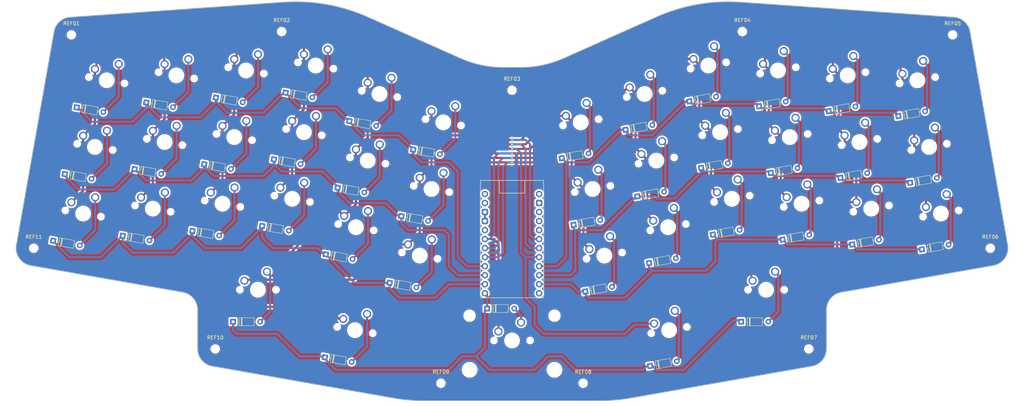
<source format=kicad_pcb>
(kicad_pcb (version 20240108) (generator "pcbnew") (generator_version "8.0")
  (layers (0 "F.Cu" signal) (31 "B.Cu" signal) (34 "B.Paste" user) (35 "F.Paste" user) (36 "B.SilkS" user "B.Silkscreen") (37 "F.SilkS" user "F.Silkscreen") (38 "B.Mask" user) (39 "F.Mask" user) (44 "Edge.Cuts" user))
  (net 0 "")
  (net 1 "ROW3")
  (net 2 "Net-(D1-A)")
  (net 3 "Net-(D2-A)")
  (net 4 "Net-(D3-A)")
  (net 5 "Net-(D4-A)")
  (net 6 "Net-(D5-A)")
  (net 7 "Net-(D6-A)")
  (net 8 "ROW0")
  (net 9 "Net-(D7-A)")
  (net 10 "Net-(D8-A)")
  (net 11 "Net-(D9-A)")
  (net 12 "Net-(D10-A)")
  (net 13 "Net-(D11-A)")
  (net 14 "Net-(D12-A)")
  (net 15 "ROW4")
  (net 16 "Net-(D13-A)")
  (net 17 "Net-(D14-A)")
  (net 18 "Net-(D15-A)")
  (net 19 "Net-(D16-A)")
  (net 20 "Net-(D17-A)")
  (net 21 "Net-(D18-A)")
  (net 22 "ROW1")
  (net 23 "Net-(D19-A)")
  (net 24 "Net-(D20-A)")
  (net 25 "Net-(D21-A)")
  (net 26 "Net-(D22-A)")
  (net 27 "Net-(D23-A)")
  (net 28 "Net-(D24-A)")
  (net 29 "ROW5")
  (net 30 "Net-(D25-A)")
  (net 31 "Net-(D26-A)")
  (net 32 "Net-(D27-A)")
  (net 33 "Net-(D28-A)")
  (net 34 "Net-(D29-A)")
  (net 35 "Net-(D30-A)")
  (net 36 "ROW2")
  (net 37 "Net-(D31-A)")
  (net 38 "Net-(D32-A)")
  (net 39 "Net-(D33-A)")
  (net 40 "Net-(D34-A)")
  (net 41 "Net-(D35-A)")
  (net 42 "Net-(D36-A)")
  (net 43 "ROW6")
  (net 44 "Net-(D37-A)")
  (net 45 "Net-(D38-A)")
  (net 46 "Net-(D39-A)")
  (net 47 "Net-(D40-A)")
  (net 48 "Net-(D41-A)")
  (net 49 "COL0")
  (net 50 "COL1")
  (net 51 "COL2")
  (net 52 "COL3")
  (net 53 "COL4")
  (net 54 "COL5")
  (net 57 "GND")
  (net 62 "VCC")
  (footprint "MX_Solderable:MX-Solderable-1.5U" (layer "F.Cu") (at 251.163405 176.757094 10)
    (property "Reference" "MX40" (hide yes))
    (property "Value" "MX")
  )
  (footprint "MX_Solderable:MX-Solderable-1U" (layer "F.Cu") (at 229.649969 137.02677 10)
    (property "Reference" "MX19" (hide yes))
    (property "Value" "MX")
  )
  (footprint "Diode_THT:D_DO-35_SOD27_P7.62mm_Horizontal" (layer "F.Cu") (at 227.627147 165.866164 10)
    (property "Reference" "D31" (hide yes))
    (property "Value" "1N4148" (hide yes))
  )
  (footprint "MX_Solderable:MX-Solderable-1U" (layer "F.Cu") (at 327.587905 143.937515 10)
    (property "Reference" "MX36" (hide yes))
    (property "Value" "MX")
  )
  (footprint "MX_Solderable:MX-Solderable-1U" (layer "F.Cu") (at 135.5725 165.382607)
    (property "Reference" "MX37" (hide yes))
    (property "Value" "MX")
  )
  (footprint "MX_Solderable:MX-Solderable-1U" (layer "F.Cu") (at 187.678028 118.266182 -10)
    (property "Reference" "MX1" (hide yes))
    (property "Value" "MX")
  )
  (footprint "MX_Solderable:MX-Solderable-1U" (layer "F.Cu") (at 169.74444 110.268037 -10)
    (property "Reference" "MX2" (hide yes))
    (property "Value" "MX")
  )
  (footprint "Diode_THT:D_DO-35_SOD27_P7.62mm_Horizontal" (layer "F.Cu") (at 136.738368 147.4388 -10)
    (property "Reference" "D27" (hide yes))
    (property "Value" "1N4148" (hide yes))
  )
  (footprint "Diode_THT:D_DO-35_SOD27_P7.62mm_Horizontal" (layer "F.Cu") (at 157.979955 136.676357 -10)
    (property "Reference" "D14" (hide yes))
    (property "Value" "1N4148" (hide yes))
  )
  (footprint "Diode_THT:D_DO-35_SOD27_P7.62mm_Horizontal" (layer "F.Cu") (at 140.046366 128.678212 -10)
    (property "Reference" "D15" (hide yes))
    (property "Value" "1N4148" (hide yes))
  )
  (footprint "Diode_THT:D_DO-35_SOD27_P7.62mm_Horizontal" (layer "F.Cu") (at 260.186325 131.109287 10)
    (property "Reference" "D21" (hide yes))
    (property "Value" "1N4148" (hide yes))
  )
  (footprint "MX_Solderable:MX-Solderable-1U" (layer "F.Cu") (at 181.062033 155.787357 -10)
    (property "Reference" "MX25" (hide yes))
    (property "Value" "MX")
  )
  (footprint "Diode_THT:D_DO-35_SOD27_P7.62mm_Horizontal" (layer "F.Cu") (at 271.4475 174.382607)
    (property "Reference" "D41" (hide yes))
    (property "Value" "1N4148" (hide yes))
  )
  (footprint "MX_Solderable:MX-Solderable-1U" (layer "F.Cu") (at 232.957967 155.787357 10)
    (property "Reference" "MX31" (hide yes))
    (property "Value" "MX")
  )
  (footprint "MX_Solderable:MX-Solderable-1U" (layer "F.Cu") (at 112.635678 105.034191 -10)
    (property "Reference" "MX5" (hide yes))
    (property "Value" "MX")
  )
  (footprint "MountingHole:MountingHole_2.2mm_M2" (layer "F.Cu") (at 290.4475 182.05026)
    (property "Reference" "REF07")
    (property "Value" "MountingHole_2.2mm_M2")
  )
  (footprint "Diode_THT:D_DO-35_SOD27_P7.62mm_Horizontal" (layer "F.Cu") (at 302.669497 152.634173 10)
    (property "Reference" "D35" (hide yes))
    (property "Value" "1N4148" (hide yes))
  )
  (footprint "Diode_THT:D_DO-35_SOD27_P7.62mm_Horizontal" (layer "F.Cu") (at 256.878327 112.348699 10)
    (property "Reference" "D9" (hide yes))
    (property "Value" "1N4148" (hide yes))
  )
  (footprint "MX_Solderable:MX-Solderable-1U" (layer "F.Cu") (at 281.796735 103.652042 10)
    (property "Reference" "MX10" (hide yes))
    (property "Value" "MX")
  )
  (footprint "Diode_THT:D_DO-35_SOD27_P7.62mm_Horizontal" (layer "F.Cu") (at 238.944739 120.346844 10)
    (property "Reference" "D8" (hide yes))
    (property "Value" "1N4148" (hide yes))
  )
  (footprint "Diode_THT:D_DO-35_SOD27_P7.62mm_Horizontal" (layer "F.Cu") (at 245.832585 186.8359 10)
    (property "Reference" "D40" (hide yes))
    (property "Value" "1N4148" (hide yes))
  )
  (footprint "MX_Solderable:MX-Solderable-1U" (layer "F.Cu") (at 268.825144 139.791068 10)
    (property "Reference" "MX33" (hide yes))
    (property "Value" "MX")
  )
  (footprint "PCM_marbastlib-xp-promicroish:ProMicro_USBup" (layer "F.Cu") (at 207.01 152.4)
    (property "Reference" "U1" (hide yes))
    (property "Value" "ProMicro" (hide yes))
  )
  (footprint "Diode_THT:D_DO-35_SOD27_P7.62mm_Horizontal" (layer "F.Cu") (at 318.949087 135.255734 10)
    (property "Reference" "D24" (hide yes))
    (property "Value" "1N4148" (hide yes))
  )
  (footprint "MX_Solderable:MX-Solderable-1U" (layer "F.Cu") (at 93.04809 106.41634 -10)
    (property "Reference" "MX6" (hide yes))
    (property "Value" "MX")
  )
  (footprint "MX_Solderable:MX-Solderable-1U" (layer "F.Cu") (at 278.4475 165.382607)
    (property "Reference" "MX41" (hide yes))
    (property "Value" "MX")
  )
  (footprint "Diode_THT:D_DO-35_SOD27_P7.62mm_Horizontal" (layer "F.Cu") (at 242.252737 139.107431 10)
    (property "Reference" "D20" (hide yes))
    (property "Value" "1N4148" (hide yes))
  )
  (footprint "MountingHole:MountingHole_2.2mm_M2" (layer "F.Cu") (at 83.123837 93.629227)
    (property "Reference" "REF01")
    (property "Value" "MountingHole_2.2mm_M2")
  )
  (footprint "Diode_THT:D_DO-35_SOD27_P7.62mm_Horizontal" (layer "F.Cu") (at 161.287952 117.915769 -10)
    (property "Reference" "D2" (hide yes))
    (property "Value" "1N4148" (hide yes))
  )
  (footprint "MountingHole:MountingHole_2.2mm_M2" (layer "F.Cu") (at 142.24 92.71)
    (property "Reference" "REF02")
    (property "Value" "MountingHole_2.2mm_M2")
  )
  (footprint "Diode_THT:D_DO-35_SOD27_P7.62mm_Horizontal" (layer "F.Cu") (at 97.563194 150.203098 -10)
    (property "Reference" "D29" (hide yes))
    (property "Value" "1N4148" (hide yes))
  )
  (footprint "Diode_THT:D_DO-35_SOD27_P7.62mm_Horizontal" (layer "F.Cu") (at 200.01 170.670107)
    (property "Reference" "D39" (hide yes))
    (property "Value" "1N4148" (hide yes))
  )
  (footprint "Diode_THT:D_DO-35_SOD27_P7.62mm_Horizontal" (layer "F.Cu") (at 322.257084 154.016322 10)
    (property "Reference" "D36" (hide yes))
    (property "Value" "1N4148" (hide yes))
  )
  (footprint "MX_Solderable:MX-Solderable-1U" (layer "F.Cu") (at 163.128445 147.789213 -10)
    (property "Reference" "MX26" (hide yes))
    (property "Value" "MX")
  )
  (footprint "MX_Solderable:MX-Solderable-1U" (layer "F.Cu") (at 320.97191 106.41634 10)
    (property "Reference" "MX12" (hide yes))
    (property "Value" "MX")
  )
  (footprint "Diode_THT:D_DO-35_SOD27_P7.62mm_Horizontal" (layer "F.Cu") (at 296.053502 115.112997 10)
    (property "Reference" "D11" (hide yes))
    (property "Value" "1N4148" (hide yes))
  )
  (footprint "MX_Solderable:MX-Solderable-1U" (layer "F.Cu") (at 109.32768 123.794779 -10)
    (property "Reference" "MX17" (hide yes))
    (property "Value" "MX")
  )
  (footprint "MountingHole:MountingHole_2.2mm_M2" (layer "F.Cu") (at 207.01 109.22)
    (property "Reference" "REF03")
    (property "Value" "MountingHole_2.2mm_M2")
  )
  (footprint "MX_Solderable:MX-Solderable-1U" (layer "F.Cu") (at 148.502854 121.03048 -10)
    (property "Reference" "MX15" (hide yes))
    (property "Value" "MX")
  )
  (footprint "MX_Solderable:MX-Solderable-1U" (layer "F.Cu") (at 285.104733 122.412629 10)
    (property "Reference" "MX22" (hide yes))
    (property "Value" "MX")
  )
  (footprint "MX_Solderable:MX-Solderable-1U" (layer "F.Cu") (at 250.891555 147.789213 10)
    (property "Reference" "MX32" (hide yes))
    (property "Value" "MX")
  )
  (footprint "Diode_THT:D_DO-35_SOD27_P7.62mm_Horizontal" (layer "F.Cu") (at 117.150781 148.820949 -10)
    (property "Reference" "D28" (hide yes))
    (property "Value" "1N4148" (hide yes))
  )
  (footprint "Diode_THT:D_DO-35_SOD27_P7.62mm_Horizontal" (layer "F.Cu") (at 279.773912 132.491436 10)
    (property "Reference" "D22" (hide yes))
    (property "Value" "1N4148" (hide yes))
  )
  (footprint "Diode_THT:D_DO-35_SOD27_P7.62mm_Horizontal" (layer "F.Cu") (at 143.354364 109.917625 -10)
    (property "Reference" "D3" (hide yes))
    (property "Value" "1N4148" (hide yes))
  )
  (footprint "Diode_THT:D_DO-35_SOD27_P7.62mm_Horizontal" (layer "F.Cu") (at 315.641089 116.495146 10)
    (property "Reference" "D12" (hide yes))
    (property "Value" "1N4148" (hide yes))
  )
  (footprint "MountingHole:MountingHole_2.2mm_M2" (layer "F.Cu") (at 187.01 191.705)
    (property "Reference" "REF09")
    (property "Value" "MountingHole_2.2mm_M2")
  )
  (footprint "Diode_THT:D_DO-35_SOD27_P7.62mm_Horizontal" (layer "F.Cu") (at 154.671957 155.436945 -10)
    (property "Reference" "D26" (hide yes))
    (property "Value" "1N4148" (hide yes))
  )
  (footprint "MountingHole:MountingHole_2.2mm_M2" (layer "F.Cu") (at 123.5725 182.05026)
    (property "Reference" "REF10")
    (property "Value" "MountingHole_2.2mm_M2")
  )
  (footprint "Diode_THT:D_DO-35_SOD27_P7.62mm_Horizontal" (layer "F.Cu") (at 172.605545 163.435089 -10)
    (property "Reference" "D25" (hide yes))
    (property "Value" "1N4148" (hide yes))
  )
  (footprint "MX_Solderable:MX-Solderable-2.25U" (layer "F.Cu") (at 207.01 179.670107)
    (property "Reference" "MX39" (hide yes))
    (property "Value" "MX")
  )
  (footprint "MX_Solderable:MX-Solderable-1U" (layer "F.Cu") (at 89.740093 125.176928 -10)
    (property "Reference" "MX18" (hide yes))
    (property "Value" "MX")
  )
  (footprint "Diode_THT:D_DO-35_SOD27_P7.62mm_Horizontal" (layer "F.Cu") (at 263.494323 149.869874 10)
    (property "Reference" "D33" (hide yes))
    (property "Value" "1N4148" (hide yes))
  )
  (footprint "MX_Solderable:MX-Solderable-1U" (layer "F.Cu") (at 247.583558 129.028625 10)
    (property "Reference" "MX20" (hide yes))
    (property "Value" "MX")
  )
  (footprint "MX_Solderable:MX-Solderable-1U" (layer "F.Cu") (at 166.436442 129.028625 -10)
    (property "Reference" "MX14" (hide yes))
    (property "Value" "MX")
  )
  (footprint "MX_Solderable:MX-Solderable-1U" (layer "F.Cu") (at 184.370031 137.02677 -10)
    (property "Reference" "MX13" (hide yes))
    (property "Value" "MX")
  )
  (footprint "MX_Solderable:MX-Solderable-1U" (layer "F.Cu") (at 265.517146 121.03048 10)
    (property "Reference" "MX21" (hide yes))
    (property "Value" "MX")
  )
  (footprint "Diode_THT:D_DO-35_SOD27_P7.62mm_Horizontal" (layer "F.Cu") (at 104.17919 112.681923 -10)
    (property "Reference" "D5" (hide yes))
    (property "Value" "1N4148" (hide yes))
  )
  (footprint "Diode_THT:D_DO-35_SOD27_P7.62mm_Horizontal" (layer "F.Cu") (at 81.283605 132.82466 -10)
    (property "Reference" "D18" (hide yes))
    (property "Value" "1N4148" (hide yes))
  )
  (footprint "MX_Solderable:MX-Solderable-1U" (layer "F.Cu") (at 86.432095 143.937515 -10)
    (property "Reference" "MX30" (hide yes))
    (property "Value" "MX")
  )
  (footprint "MX_Solderable:MX-Solderable-1U" (layer "F.Cu") (at 262.209148 102.269892 10)
    (property "Reference" "MX9" (hide yes))
    (property "Value" "MX")
  )
  (footprint "Diode_THT:D_DO-35_SOD27_P7.62mm_Horizontal" (layer "F.Cu") (at 120.458779 130.060361 -10)
    (property "Reference" "D16" (hide yes))
    (property "Value" "1N4148" (hide yes))
  )
  (footprint "MountingHole:MountingHole_2.2mm_M2" (layer "F.Cu") (at 271.78 92.71)
    (property "Reference" "REF04")
    (property "Value" "MountingHole_2.2mm_M2")
  )
  (footprint "Diode_THT:D_DO-35_SOD27_P7.62mm_Horizontal" (layer "F.Cu") (at 224.319149 147.105576 10)
    (property "Reference" "D19" (hide yes))
    (property "Value" "1N4148" (hide yes))
  )
  (footprint "MX_Solderable:MX-Solderable-1U" (layer "F.Cu") (at 308.000318 142.555366 10)
    (property "Reference" "MX35" (hide yes))
    (property "Value" "MX")
  )
  (footprint "Diode_THT:D_DO-35_SOD27_P7.62mm_Horizontal" (layer "F.Cu") (at 84.591603 114.064072 -10)
    (property "Reference" "D6" (hide yes))
    (property "Value" "1N4148" (hide yes))
  )
  (footprint "Diode_THT:D_DO-35_SOD27_P7.62mm_Horizontal" (layer "F.Cu") (at 245.560735 157.868019 10)
    (property "Reference" "D32" (hide yes))
    (property "Value" "1N4148" (hide yes))
  )
  (footprint "MountingHole:MountingHole_2.2mm_M2" (layer "F.Cu") (at 341.489376 153.706323)
    (property "Reference" "REF06")
    (property "Value" "MountingHole_2.2mm_M2")
  )
  (footprint "Diode_THT:D_DO-35_SOD27_P7.62mm_Horizontal" (layer "F.Cu") (at 123.766777 111.299774 -10)
    (property "Reference" "D4" (hide yes))
    (property "Value" "1N4148" (hide yes))
  )
  (footprint "MX_Solderable:MX-Solderable-1U" (layer "F.Cu") (at 324.279907 125.176928 10)
    (property "Reference" "MX24" (hide yes))
    (property "Value" "MX")
  )
  (footprint "Diode_THT:D_DO-35_SOD27_P7.62mm_Horizontal" (layer "F.Cu") (at 100.871192 131.442511 -10)
    (property "Reference" "D17" (hide yes))
    (property "Value" "1N4148" (hide yes))
  )
  (footprint "Diode_THT:D_DO-35_SOD27_P7.62mm_Horizontal" (layer "F.Cu") (at 221.011151 128.344988 10)
    (property "Reference" "D7" (hide yes))
    (property "Value" "1N4148" (hide yes))
  )
  (footprint "MX_Solderable:MX-Solderable-1U" (layer "F.Cu") (at 132.223265 103.652042 -10)
    (property "Reference" "MX4" (hide yes))
    (property "Value" "MX")
  )
  (footprint "Diode_THT:D_DO-35_SOD27_P7.62mm_Horizontal" (layer "F.Cu") (at 128.5725 174.382607)
    (property "Reference" "D37" (hide yes))
    (property "Value" "1N4148" (hide yes))
  )
  (footprint "Diode_THT:D_DO-35_SOD27_P7.62mm_Horizontal" (layer "F.Cu") (at 154.400107 184.404826 -10)
    (property "Reference" "D38" (hide yes))
    (property "Value" "1N4148" (hide yes))
  )
  (footprint "Diode_THT:D_DO-35_SOD27_P7.62mm_Horizontal" (layer "F.Cu") (at 276.465915 113.730848 10)
    (property "Reference" "D10" (hide yes))
    (property "Value" "1N4148" (hide yes))
  )
  (footprint "MX_Solderable:MX-Solderable-1U" (layer "F.Cu") (at 162.856595 176.757094 -10)
    (property "Reference" "MX38" (hide yes))
    (property "Value" "MX")
  )
  (footprint "Diode_THT:D_DO-35_SOD27_P7.62mm_Horizontal" (layer "F.Cu") (at 299.3615 133.873585 10)
    (property "Reference" "D23" (hide yes))
    (property "Value" "1N4148" (hide yes))
  )
  (footprint "MX_Solderable:MX-Solderable-1U" (layer "F.Cu") (at 304.69232 123.794778 10)
    (property "Reference" "MX23" (hide yes))
    (property "Value" "MX")
  )
  (footprint "MountingHole:MountingHole_2.2mm_M2" (layer "F.Cu") (at 227.01 191.705)
    (property "Reference" "REF08")
    (property "Value" "MountingHole_2.2mm_M2")
  )
  (footprint "MX_Solderable:MX-Solderable-1U" (layer "F.Cu") (at 244.27556 110.268037 10)
    (property "Reference" "MX8" (hide yes))
    (property "Value" "MX")
  )
  (footprint "Diode_THT:D_DO-35_SOD27_P7.62mm_Horizontal" (layer "F.Cu") (at 175.913543 144.674502 -10)
    (property "Reference" "D13" (hide yes))
    (property "Value" "1N4148" (hide yes))
  )
  (footprint "MX_Solderable:MX-Solderable-1U" (layer "F.Cu") (at 288.412731 141.173217 10)
    (property "Reference" "MX34" (hide yes))
    (property "Value" "MX")
  )
  (footprint "Diode_THT:D_DO-35_SOD27_P7.62mm_Horizontal" (layer "F.Cu") (at 283.08191 151.252024 10)
    (property "Reference" "D34" (hide yes))
    (property "Value" "1N4148" (hide yes))
  )
  (footprint "MX_Solderable:MX-Solderable-1U" (layer "F.Cu") (at 125.607269 141.173217 -10)
    (property "Reference" "MX28" (hide yes))
    (property "Value" "MX")
  )
  (footprint "MX_Solderable:MX-Solderable-1U" (layer "F.Cu") (at 106.019682 142.555366 -10)
    (property "Reference" "MX29" (hide yes))
    (property "Value" "MX")
  )
  (footprint "MountingHole:MountingHole_2.2mm_M2" (layer "F.Cu") (at 72.530624 153.706323)
    (property "Reference" "REF11")
    (property "Value" "MountingHole_2.2mm_M2")
  )
  (footprint "MX_Solderable:MX-Solderable-1U" (layer "F.Cu") (at 128.915267 122.412629 -10)
    (property "Reference" "MX16" (hide yes))
    (property "Value" "MX")
  )
  (footprint "MX_Solderable:MX-Solderable-1U" (layer "F.Cu") (at 226.341972 118.266182 10)
    (property "Reference" "MX7" (hide yes))
    (property "Value" "MX")
  )
  (footprint "Diode_THT:D_DO-35_SOD27_P7.62mm_Horizontal" (layer "F.Cu") (at 77.975607 151.585247 -10)
    (property "Reference" "D30" (hide yes))
    (property "Value" "1N4148" (hide yes))
  )
  (footprint "MX_Solderable:MX-Solderable-1U" (layer "F.Cu") (at 301.384322 105.034191 10)
    (property "Reference" "MX11" (hide yes))
    (property "Value" "MX")
  )
  (footprint "MountingHole:MountingHole_2.2mm_M2" (layer "F.Cu") (at 330.896163 93.629227)
    (property "Reference" "REF05")
    (property "Value" "MountingHole_2.2mm_M2")
  )
  (footprint "MX_Solderable:MX-Solderable-1U" (layer "F.Cu") (at 145.194856 139.791068 -10)
    (property "Reference" "MX27" (hide yes))
    (property "Value" "MX")
  )
  (footprint "MX_Solderable:MX-Solderable-1U" (layer "F.Cu") (at 151.810852 102.269893 -10)
    (property "Reference" "MX3" (hide yes))
    (property "Value" "MX")
  )
  (footprint "Diode_THT:D_DO-35_SOD27_P7.62mm_Horizontal" (layer "F.Cu") (at 179.221541 125.913914 -10)
    (property "Reference" "D1" (hide yes))
    (property "Value" "1N4148" (hide yes))
  )
  (gr_arc (start 182.264243 196.670107) (mid 177.906456 196.479842) (end 173.581835 195.910495) (stroke (width 0.2)) (layer "Edge.Cuts"))
  (gr_arc (start 142.651201 84.381502) (mid 154.852985 85.0171) (end 166.536298 88.593089) (stroke (width 0.2)) (layer "Edge.Cuts"))
  (gr_line (start 295.4475 171.062486) (end 295.4475 182.015367) (stroke (width 0.2)) (layer "Edge.Cuts"))
  (gr_line (start 78.199798 92.726093) (end 67.606585 152.803189) (stroke (width 0.2)) (layer "Edge.Cuts"))
  (gr_arc (start 346.413415 152.803189) (mid 345.585125 156.539292) (end 342.357617 158.595468) (stroke (width 0.2)) (layer "Edge.Cuts"))
  (gr_line (start 166.536298 88.593089) (end 192.434915 100.143532) (stroke (width 0.2)) (layer "Edge.Cuts"))
  (gr_arc (start 247.483702 88.593089) (mid 259.167015 85.0171) (end 271.368799 84.381502) (stroke (width 0.2)) (layer "Edge.Cuts"))
  (gr_arc (start 295.4475 171.062486) (mid 296.617286 167.84856) (end 299.579259 166.138447) (stroke (width 0.2)) (layer "Edge.Cuts"))
  (gr_arc (start 71.662383 158.595468) (mid 68.434863 156.539312) (end 67.606585 152.803189) (stroke (width 0.2)) (layer "Edge.Cuts"))
  (gr_line (start 118.5725 171.062486) (end 118.5725 182.015367) (stroke (width 0.2)) (layer "Edge.Cuts"))
  (gr_line (start 204.654348 102.744892) (end 209.365652 102.744892) (stroke (width 0.2)) (layer "Edge.Cuts"))
  (gr_arc (start 78.199798 92.726093) (mid 79.777009 89.879668) (end 82.771899 88.606735) (stroke (width 0.2)) (layer "Edge.Cuts"))
  (gr_line (start 71.662383 158.595468) (end 114.440741 166.138447) (stroke (width 0.2)) (layer "Edge.Cuts"))
  (gr_line (start 331.248101 88.606735) (end 271.368799 84.381502) (stroke (width 0.2)) (layer "Edge.Cuts"))
  (gr_line (start 335.820202 92.726093) (end 346.413415 152.803189) (stroke (width 0.2)) (layer "Edge.Cuts"))
  (gr_line (start 291.315741 186.939405) (end 240.438165 195.910495) (stroke (width 0.2)) (layer "Edge.Cuts"))
  (gr_line (start 182.264243 196.670107) (end 231.755757 196.670107) (stroke (width 0.2)) (layer "Edge.Cuts"))
  (gr_arc (start 240.438165 195.910495) (mid 236.113544 196.479838) (end 231.755757 196.670107) (stroke (width 0.2)) (layer "Edge.Cuts"))
  (gr_line (start 122.704259 186.939405) (end 173.581835 195.910495) (stroke (width 0.2)) (layer "Edge.Cuts"))
  (gr_line (start 82.771899 88.606735) (end 142.651201 84.381502) (stroke (width 0.2)) (layer "Edge.Cuts"))
  (gr_arc (start 295.4475 182.015367) (mid 294.277737 185.229327) (end 291.315741 186.939405) (stroke (width 0.2)) (layer "Edge.Cuts"))
  (gr_arc (start 122.704259 186.939405) (mid 119.742278 185.229305) (end 118.5725 182.015367) (stroke (width 0.2)) (layer "Edge.Cuts"))
  (gr_arc (start 114.440741 166.138447) (mid 117.402722 167.848548) (end 118.5725 171.062486) (stroke (width 0.2)) (layer "Edge.Cuts"))
  (gr_arc (start 221.585085 100.143532) (mid 215.612284 102.087347) (end 209.365652 102.744892) (stroke (width 0.2)) (layer "Edge.Cuts"))
  (gr_line (start 247.483702 88.593089) (end 221.585085 100.143532) (stroke (width 0.2)) (layer "Edge.Cuts"))
  (gr_line (start 342.357617 158.595468) (end 299.579259 166.138447) (stroke (width 0.2)) (layer "Edge.Cuts"))
  (gr_arc (start 331.248101 88.606735) (mid 334.243003 89.879658) (end 335.820202 92.726093) (stroke (width 0.2)) (layer "Edge.Cuts"))
  (gr_arc (start 204.654348 102.744892) (mid 198.407717 102.087346) (end 192.434915 100.143532) (stroke (width 0.2)) (layer "Edge.Cuts"))
  (segment (start 237.793156 120.346844) (end 238.944739 120.346844) (width 0.6) (layer "B.Cu") (net 1))
  (segment (start 214.63 158.75) (end 219.71 158.75) (width 0.6) (layer "B.Cu") (net 1))
  (segment (start 314.96 115.57) (end 296.510505 115.57) (width 0.6) (layer "B.Cu") (net 1))
  (segment (start 295.452997 115.112997) (end 294.64 114.3) (width 0.6) (layer "B.Cu") (net 1))
  (segment (start 296.510505 115.57) (end 296.053502 115.112997) (width 0.6) (layer "B.Cu") (net 1))
  (segment (start 255.951301 112.348699) (end 256.878327 112.348699) (width 0.6) (layer "B.Cu") (net 1))
  (segment (start 277.035067 114.3) (end 276.465915 113.730848) (width 0.6) (layer "B.Cu") (net 1))
  (segment (start 275.765067 113.03) (end 257.559628 113.03) (width 0.6) (layer "B.Cu") (net 1))
  (segment (start 296.053502 115.112997) (end 295.452997 115.112997) (width 0.6) (layer "B.Cu") (net 1))
  (segment (start 221.054988 128.344988) (end 222.25 129.54) (width 0.6) (layer "B.Cu") (net 1))
  (segment (start 246.38 121.92) (end 255.951301 112.348699) (width 0.6) (layer "B.Cu") (net 1))
  (segment (start 240.03 121.92) (end 246.38 121.92) (width 0.6) (layer "B.Cu") (net 1))
  (segment (start 222.25 156.21) (end 222.25 129.54) (width 0.6) (layer "B.Cu") (net 1))
  (segment (start 257.559628 113.03) (end 256.878327 112.348699) (width 0.6) (layer "B.Cu") (net 1))
  (segment (start 315.641089 116.251089) (end 314.96 115.57) (width 0.6) (layer "B.Cu") (net 1))
  (segment (start 294.64 114.3) (end 277.035067 114.3) (width 0.6) (layer "B.Cu") (net 1))
  (segment (start 276.465915 113.730848) (end 275.765067 113.03) (width 0.6) (layer "B.Cu") (net 1))
  (segment (start 238.944739 120.834739) (end 240.03 121.92) (width 0.6) (layer "B.Cu") (net 1))
  (segment (start 228.6 129.54) (end 237.793156 120.346844) (width 0.6) (layer "B.Cu") (net 1))
  (segment (start 222.25 129.54) (end 228.6 129.54) (width 0.6) (layer "B.Cu") (net 1))
  (segment (start 219.71 158.75) (end 222.25 156.21) (width 0.6) (layer "B.Cu") (net 1))
  (segment (start 186.725776 127.237113) (end 191.061572 122.901317) (width 0.6) (layer "B.Cu") (net 2))
  (segment (start 191.061572 122.901317) (end 191.061572 113.704425) (width 0.6) (layer "B.Cu") (net 2))
  (segment (start 168.792187 119.238968) (end 173.127984 114.903171) (width 0.6) (layer "B.Cu") (net 3))
  (segment (start 173.127984 114.903171) (end 173.127984 105.70628) (width 0.6) (layer "B.Cu") (net 3))
  (segment (start 150.858599 111.240824) (end 155.194396 106.905027) (width 0.6) (layer "B.Cu") (net 4))
  (segment (start 155.194396 106.905027) (end 155.194396 97.708136) (width 0.6) (layer "B.Cu") (net 4))
  (segment (start 131.271012 112.622973) (end 135.606809 108.287176) (width 0.6) (layer "B.Cu") (net 5))
  (segment (start 135.606809 108.287176) (end 135.606809 99.090285) (width 0.6) (layer "B.Cu") (net 5))
  (segment (start 116.019222 100.472434) (end 116.019222 109.669325) (width 0.6) (layer "B.Cu") (net 6))
  (segment (start 116.019222 109.669325) (end 111.683425 114.005122) (width 0.6) (layer "B.Cu") (net 6))
  (segment (start 96.431634 101.854583) (end 96.431634 111.051475) (width 0.6) (layer "B.Cu") (net 7))
  (segment (start 96.431634 111.051475) (end 92.095838 115.387271) (width 0.6) (layer "B.Cu") (net 7))
  (segment (start 175.26 121.92) (end 165.1 121.92) (width 0.6) (layer "B.Cu") (net 8))
  (segment (start 119.38 116.84) (end 107.95 116.84) (width 0.6) (layer "B.Cu") (net 8))
  (segment (start 142.812375 109.917625) (end 143.354364 109.917625) (width 0.6) (layer "B.Cu") (net 8))
  (segment (start 123.766777 111.299774) (end 123.766777 112.336777) (width 0.6) (layer "B.Cu") (net 8))
  (segment (start 147.736739 114.3) (end 157.48 114.3) (width 0.6) (layer "B.Cu") (net 8))
  (segment (start 104.17919 112.681923) (end 104.17919 114.26081) (width 0.6) (layer "B.Cu") (net 8))
  (segment (start 107.95 116.84) (end 104.17919 113.06919) (width 0.6) (layer "B.Cu") (net 8))
  (segment (start 123.766777 112.336777) (end 123.766777 112.453223) (width 0.6) (layer "B.Cu") (net 8))
  (segment (start 137.16 115.57) (end 142.812375 109.917625) (width 0.6) (layer "B.Cu") (net 8))
  (segment (start 127 115.57) (end 137.16 115.57) (width 0.6) (layer "B.Cu") (net 8))
  (segment (start 165.1 121.92) (end 161.287952 118.107952) (width 0.6) (layer "B.Cu") (net 8))
  (segment (start 179.221541 126.848459) (end 179.221541 125.913914) (width 0.6) (layer "B.Cu") (net 8))
  (segment (start 147.736739 114.3) (end 143.354364 109.917625) (width 0.6) (layer "B.Cu") (net 8))
  (segment (start 123.766777 112.336777) (end 127 115.57) (width 0.6) (layer "B.Cu") (net 8))
  (segment (start 100.33 118.11) (end 88.9 118.11) (width 0.6) (layer "B.Cu") (net 8))
  (segment (start 191.77 156.21) (end 191.77 132.08) (width 0.6) (layer "B.Cu") (net 8))
  (segment (start 104.17919 114.26081) (end 100.33 118.11) (width 0.6) (layer "B.Cu") (net 8))
  (segment (start 179.07 127) (end 179.221541 126.848459) (width 0.6) (layer "B.Cu") (net 8))
  (segment (start 123.766777 112.453223) (end 119.38 116.84) (width 0.6) (layer "B.Cu") (net 8))
  (segment (start 194.31 158.75) (end 191.77 156.21) (width 0.6) (layer "B.Cu") (net 8))
  (segment (start 88.9 118.11) (end 84.854072 114.064072) (width 0.6) (layer "B.Cu") (net 8))
  (segment (start 191.77 132.08) (end 189.23 129.54) (width 0.6) (layer "B.Cu") (net 8))
  (segment (start 199.39 158.75) (end 194.31 158.75) (width 0.6) (layer "B.Cu") (net 8))
  (segment (start 161.095769 117.915769) (end 157.48 114.3) (width 0.6) (layer "B.Cu") (net 8))
  (segment (start 181.61 129.54) (end 179.07 127) (width 0.6) (layer "B.Cu") (net 8))
  (segment (start 189.23 129.54) (end 181.61 129.54) (width 0.6) (layer "B.Cu") (net 8))
  (segment (start 179.221541 125.881541) (end 175.26 121.92) (width 0.6) (layer "B.Cu") (net 8))
  (segment (start 227.961251 112.822292) (end 228.891972 113.753013) (width 0.6) (layer "B.Cu") (net 9))
  (segment (start 228.891972 126.645203) (end 228.515386 127.021789) (width 0.6) (layer "B.Cu") (net 9))
  (segment (start 228.891972 113.753013) (end 228.891972 126.645203) (width 0.6) (layer "B.Cu") (net 9))
  (segment (start 245.894839 104.824147) (end 246.82556 105.754868) (width 0.6) (layer "B.Cu") (net 10))
  (segment (start 246.82556 118.647059) (end 246.448974 119.023645) (width 0.6) (layer "B.Cu") (net 10))
  (segment (start 246.82556 105.754868) (end 246.82556 118.647059) (width 0.6) (layer "B.Cu") (net 10))
  (segment (start 264.759148 97.756723) (end 264.759148 110.648914) (width 0.6) (layer "B.Cu") (net 11))
  (segment (start 263.828427 96.826002) (end 264.759148 97.756723) (width 0.6) (layer "B.Cu") (net 11))
  (segment (start 264.759148 110.648914) (end 264.382562 111.0255) (width 0.6) (layer "B.Cu") (net 11))
  (segment (start 284.532279 99.324417) (end 284.532279 111.84552) (width 0.6) (layer "B.Cu") (net 12))
  (segment (start 283.416014 98.208152) (end 284.532279 99.324417) (width 0.6) (layer "B.Cu") (net 12))
  (segment (start 284.532279 111.84552) (end 283.97015 112.407649) (width 0.6) (layer "B.Cu") (net 12))
  (segment (start 304.119866 100.706566) (end 304.119866 113.227669) (width 0.6) (layer "B.Cu") (net 13))
  (segment (start 304.119866 113.227669) (end 303.557737 113.789798) (width 0.6) (layer "B.Cu") (net 13))
  (segment (start 303.003601 99.590301) (end 304.119866 100.706566) (width 0.6) (layer "B.Cu") (net 13))
  (segment (start 323.707453 102.088714) (end 322.591189 100.97245) (width 0.6) (layer "B.Cu") (net 14))
  (segment (start 323.707453 114.609818) (end 323.707453 102.088714) (width 0.6) (layer "B.Cu") (net 14))
  (segment (start 323.145324 115.171947) (end 323.707453 114.609818) (width 0.6) (layer "B.Cu") (net 14))
  (segment (start 298.973585 133.873585) (end 298.45 133.35) (width 0.6) (layer "B.Cu") (net 15))
  (segment (start 317.5 134.62) (end 300.107915 134.62) (width 0.6) (layer "B.Cu") (net 15))
  (segment (start 279.4 132.08) (end 260.186325 132.08) (width 0.6) (layer "B.Cu") (net 15))
  (segment (start 247.057431 139.107431) (end 247.65 139.7) (width 0.6) (layer "B.Cu") (net 15))
  (segment (start 224.79 160.02) (end 224.79 148.59) (width 0.6) (layer "B.Cu") (net 15))
  (segment (start 280.632476 133.35) (end 279.773912 132.491436) (width 0.6) (layer "B.Cu") (net 15))
  (segment (start 242.252737 139.107431) (end 247.057431 139.107431) (width 0.6) (layer "B.Cu") (net 15))
  (segment (start 252.73 139.7) (end 260.186325 132.243675) (width 0.6) (layer "B.Cu") (net 15))
  (segment (start 318.135734 135.255734) (end 317.5 134.62) (width 0.6) (layer "B.Cu") (net 15))
  (segment (start 298.45 133.35) (end 280.632476 133.35) (width 0.6) (layer "B.Cu") (net 15))
  (segment (start 224.79 148.59) (end 232.41 148.59) (width 0.6) (layer "B.Cu") (net 15))
  (segment (start 247.65 139.7) (end 252.73 139.7) (width 0.6) (layer "B.Cu") (net 15))
  (segment (start 318.949087 135.255734) (end 318.135734 135.255734) (width 0.6) (layer "B.Cu") (net 15))
  (segment (start 260.186325 132.08) (end 260.186325 131.109287) (width 0.6) (layer "B.Cu") (net 15))
  (segment (start 214.63 161.29) (end 223.52 161.29) (width 0.6) (layer "B.Cu") (net 15))
  (segment (start 232.41 148.59) (end 241.892569 139.107431) (width 0.6) (layer "B.Cu") (net 15))
  (segment (start 300.107915 134.62) (end 299.3615 133.873585) (width 0.6) (layer "B.Cu") (net 15))
  (segment (start 224.319149 148.119149) (end 224.79 148.59) (width 0.6) (layer "B.Cu") (net 15))
  (segment (start 260.186325 132.243675) (end 260.186325 132.08) (width 0.6) (layer "B.Cu") (net 15))
  (segment (start 224.319149 147.105576) (end 224.319149 148.119149) (width 0.6) (layer "B.Cu") (net 15))
  (segment (start 223.52 161.29) (end 224.79 160.02) (width 0.6) (layer "B.Cu") (net 15))
  (segment (start 187.753575 141.661904) (end 187.753575 132.465013) (width 0.6) (layer "B.Cu") (net 16))
  (segment (start 183.417778 145.997701) (end 187.753575 141.661904) (width 0.6) (layer "B.Cu") (net 16))
  (segment (start 165.48419 137.999556) (end 169.819986 133.66376) (width 0.6) (layer "B.Cu") (net 17))
  (segment (start 169.819986 133.66376) (end 169.819986 124.466868) (width 0.6) (layer "B.Cu") (net 17))
  (segment (start 147.550601 130.001411) (end 151.886398 125.665614) (width 0.6) (layer "B.Cu") (net 18))
  (segment (start 151.886398 125.665614) (end 151.886398 116.468723) (width 0.6) (layer "B.Cu") (net 18))
  (segment (start 132.298811 127.047763) (end 132.298811 117.850872) (width 0.6) (layer "B.Cu") (net 19))
  (segment (start 127.963014 131.38356) (end 132.298811 127.047763) (width 0.6) (layer "B.Cu") (net 19))
  (segment (start 112.711224 119.233022) (end 112.711224 128.429913) (width 0.6) (layer "B.Cu") (net 20))
  (segment (start 112.711224 128.429913) (end 108.375427 132.76571) (width 0.6) (layer "B.Cu") (net 20))
  (segment (start 93.123637 120.615171) (end 93.123637 129.812062) (width 0.6) (layer "B.Cu") (net 21))
  (segment (start 93.123637 129.812062) (end 88.78784 134.147859) (width 0.6) (layer "B.Cu") (net 21))
  (segment (start 120.458779 131.001221) (end 116.84 134.62) (width 0.6) (layer "B.Cu") (net 22))
  (segment (start 153.67 132.08) (end 142.24 132.08) (width 0.6) (layer "B.Cu") (net 22))
  (segment (start 175.913543 144.674502) (end 175.154502 144.674502) (width 0.6) (layer "B.Cu") (net 22))
  (segment (start 157.48 136.176402) (end 157.48 135.89) (width 0.6) (layer "B.Cu") (net 22))
  (segment (start 191.77 161.29) (end 189.23 158.75) (width 0.6) (layer "B.Cu") (net 22))
  (segment (start 95.25 137.16) (end 85.09 137.16) (width 0.6) (layer "B.Cu") (net 22))
  (segment (start 175.154502 144.674502) (end 171.45 140.97) (width 0.6) (layer "B.Cu") (net 22))
  (segment (start 140.046366 128.678212) (end 140.046366 129.886366) (width 0.6) (layer "B.Cu") (net 22))
  (segment (start 140.046366 129.886366) (end 140.046366 130.463634) (width 0.6) (layer "B.Cu") (net 22))
  (segment (start 161.29 140.97) (end 157.979955 137.659955) (width 0.6) (layer "B.Cu") (net 22))
  (segment (start 199.39 161.29) (end 191.77 161.29) (width 0.6) (layer "B.Cu") (net 22))
  (segment (start 175.913543 146.703543) (end 175.913543 144.674502) (width 0.6) (layer "B.Cu") (net 22))
  (segment (start 171.45 140.97) (end 161.29 140.97) (width 0.6) (layer "B.Cu") (net 22))
  (segment (start 85.09 137.16) (end 81.283605 133.353605) (width 0.6) (layer "B.Cu") (net 22))
  (segment (start 116.84 134.62) (end 104.14 134.62) (width 0.6) (layer "B.Cu") (net 22))
  (segment (start 157.979955 136.676357) (end 157.48 136.176402) (width 0.6) (layer "B.Cu") (net 22))
  (segment (start 142.24 132.08) (end 140.046366 129.886366) (width 0.6) (layer "B.Cu") (net 22))
  (segment (start 123.19 133.35) (end 120.458779 130.618779) (width 0.6) (layer "B.Cu") (net 22))
  (segment (start 104.14 134.62) (end 100.962511 131.442511) (width 0.6) (layer "B.Cu") (net 22))
  (segment (start 157.979955 137.659955) (end 157.979955 136.676357) (width 0.6) (layer "B.Cu") (net 22))
  (segment (start 81.283605 133.353605) (end 81.283605 132.82466) (width 0.6) (layer "B.Cu") (net 22))
  (segment (start 189.23 149.86) (end 187.96 148.59) (width 0.6) (layer "B.Cu") (net 22))
  (segment (start 140.046366 130.463634) (end 137.16 133.35) (width 0.6) (layer "B.Cu") (net 22))
  (segment (start 100.871192 131.538808) (end 95.25 137.16) (width 0.6) (layer "B.Cu") (net 22))
  (segment (start 157.48 135.89) (end 153.67 132.08) (width 0.6) (layer "B.Cu") (net 22))
  (segment (start 120.458779 130.060361) (end 120.458779 131.001221) (width 0.6) (layer "B.Cu") (net 22))
  (segment (start 137.16 133.35) (end 123.19 133.35) (width 0.6) (layer "B.Cu") (net 22))
  (segment (start 177.8 148.59) (end 175.913543 146.703543) (width 0.6) (layer "B.Cu") (net 22))
  (segment (start 120.458779 130.618779) (end 120.458779 130.060361) (width 0.6) (layer "B.Cu") (net 22))
  (segment (start 189.23 158.75) (end 189.23 149.86) (width 0.6) (layer "B.Cu") (net 22))
  (segment (start 187.96 148.59) (end 177.8 148.59) (width 0.6) (layer "B.Cu") (net 22))
  (segment (start 232.199969 145.405792) (end 231.823384 145.782377) (width 0.6) (layer "B.Cu") (net 23))
  (segment (start 232.199969 132.513601) (end 232.199969 145.405792) (width 0.6) (layer "B.Cu") (net 23))
  (segment (start 231.269248 131.58288) (end 232.199969 132.513601) (width 0.6) (layer "B.Cu") (net 23))
  (segment (start 250.133558 124.515456) (end 250.133558 137.407646) (width 0.6) (layer "B.Cu") (net 24))
  (segment (start 250.133558 137.407646) (end 249.756972 137.784232) (width 0.6) (layer "B.Cu") (net 24))
  (segment (start 249.202837 123.584735) (end 250.133558 124.515456) (width 0.6) (layer "B.Cu") (net 24))
  (segment (start 267.136425 115.58659) (end 268.067146 116.517311) (width 0.6) (layer "B.Cu") (net 25))
  (segment (start 268.067146 116.517311) (end 268.067146 129.409502) (width 0.6) (layer "B.Cu") (net 25))
  (segment (start 268.067146 129.409502) (end 267.69056 129.786088) (width 0.6) (layer "B.Cu") (net 25))
  (segment (start 286.724012 116.968739) (end 287.654733 117.89946) (width 0.6) (layer "B.Cu") (net 26))
  (segment (start 287.654733 130.791651) (end 287.278147 131.168237) (width 0.6) (layer "B.Cu") (net 26))
  (segment (start 287.654733 117.89946) (end 287.654733 130.791651) (width 0.6) (layer "B.Cu") (net 26))
  (segment (start 306.311599 118.350888) (end 307.24232 119.281609) (width 0.6) (layer "B.Cu") (net 27))
  (segment (start 307.24232 119.281609) (end 307.24232 132.173801) (width 0.6) (layer "B.Cu") (net 27))
  (segment (start 307.24232 132.173801) (end 306.865735 132.550386) (width 0.6) (layer "B.Cu") (net 27))
  (segment (start 327.015451 133.370406) (end 327.015451 120.849303) (width 0.6) (layer "B.Cu") (net 28))
  (segment (start 326.453322 133.932535) (end 327.015451 133.370406) (width 0.6) (layer "B.Cu") (net 28))
  (segment (start 327.015451 120.849303) (end 325.899186 119.733038) (width 0.6) (layer "B.Cu") (net 28))
  (segment (start 261.62 160.02) (end 264.16 157.48) (width 0.6) (layer "B.Cu") (net 29))
  (segment (start 264.876473 151.252024) (end 263.494323 149.869874) (width 0.6) (layer "B.Cu") (net 29))
  (segment (start 302.669497 152.634173) (end 284.464059 152.634173) (width 0.6) (layer "B.Cu") (net 29))
  (segment (start 304.051646 154.016322) (end 302.669497 152.634173) (width 0.6) (layer "B.Cu") (net 29))
  (segment (start 264.16 157.48) (end 264.16 151.968497) (width 0.6) (layer "B.Cu") (net 29))
  (segment (start 322.257084 154.016322) (end 304.051646 154.016322) (width 0.6) (layer "B.Cu") (net 29))
  (segment (start 223.52 163.83) (end 214.63 163.83) (width 0.6) (layer "B.Cu") (net 29))
  (segment (start 227.627147 166.667147) (end 228.6 167.64) (width 0.6) (layer "B.Cu") (net 29))
  (segment (start 225.556164 165.866164) (end 223.52 163.83) (width 0.6) (layer "B.Cu") (net 29))
  (segment (start 264.16 151.968497) (end 264.876473 151.252024) (width 0.6) (layer "B.Cu") (net 29))
  (segment (start 283.08191 151.252024) (end 264.876473 151.252024) (width 0.6) (layer "B.Cu") (net 29))
  (segment (start 238.76 167.64) (end 246.38 160.02) (width 0.6) (layer "B.Cu") (net 29))
  (segment (start 227.627147 165.866164) (end 225.556164 165.866164) (width 0.6) (layer "B.Cu") (net 29))
  (segment (start 284.464059 152.634173) (end 283.08191 151.252024) (width 0.6) (layer "B.Cu") (net 29))
  (segment (start 245.560735 159.200735) (end 246.38 160.02) (width 0.6) (layer "B.Cu") (net 29))
  (segment (start 246.38 160.02) (end 261.62 160.02) (width 0.6) (layer "B.Cu") (net 29))
  (segment (start 245.560735 157.868019) (end 245.560735 159.200735) (width 0.6) (layer "B.Cu") (net 29))
  (segment (start 228.6 167.64) (end 238.76 167.64) (width 0.6) (layer "B.Cu") (net 29))
  (segment (start 227.627147 165.866164) (end 227.627147 166.667147) (width 0.6) (layer "B.Cu") (net 29))
  (segment (start 184.445577 160.422491) (end 184.445577 151.2256) (width 0.6) (layer "B.Cu") (net 30))
  (segment (start 180.10978 164.758288) (end 184.445577 160.422491) (width 0.6) (layer "B.Cu") (net 30))
  (segment (start 166.511989 152.424347) (end 166.511989 143.227456) (width 0.6) (layer "B.Cu") (net 31))
  (segment (start 162.176192 156.760144) (end 166.511989 152.424347) (width 0.6) (layer "B.Cu") (net 31))
  (segment (start 144.242603 148.761999) (end 148.5784 144.426202) (width 0.6) (layer "B.Cu") (net 32))
  (segment (start 148.5784 144.426202) (end 148.5784 135.229311) (width 0.6) (layer "B.Cu") (net 32))
  (segment (start 128.990813 145.808351) (end 124.655016 150.144148) (width 0.6) (layer "B.Cu") (net 33))
  (segment (start 128.990813 136.61146) (end 128.990813 145.808351) (width 0.6) (layer "B.Cu") (net 33))
  (segment (start 109.403226 147.1905) (end 105.067429 151.526297) (width 0.6) (layer "B.Cu") (net 34))
  (segment (start 109.403226 137.993609) (end 109.403226 147.1905) (width 0.6) (layer "B.Cu") (net 34))
  (segment (start 89.815639 148.572649) (end 85.479842 152.908446) (width 0.6) (layer "B.Cu") (net 35))
  (segment (start 89.815639 139.375758) (end 89.815639 148.572649) (width 0.6) (layer "B.Cu") (net 35))
  (segment (start 130.81 153.67) (end 136.738368 147.741632) (width 0.6) (layer "B.Cu") (net 36))
  (segment (start 77.975607 151.635607) (end 82.55 156.21) (width 0.6) (layer "B.Cu") (net 36))
  (segment (start 97.563194 150.203098) (end 97.563194 152.173194) (width 0.6) (layer "B.Cu") (net 36))
  (segment (start 139.7 153.67) (end 152.4 153.67) (width 0.6) (layer "B.Cu") (net 36))
  (segment (start 136.738368 150.708368) (end 139.7 153.67) (width 0.6) (layer "B.Cu") (net 36))
  (segment (start 136.738368 147.4388) (end 136.738368 150.708368) (width 0.6) (layer "B.Cu") (net 36))
  (segment (start 82.55 156.21) (end 91.44 156.21) (width 0.6) (layer "B.Cu") (net 36))
  (segment (start 97.563194 152.173194) (end 100.33 154.94) (width 0.6) (layer "B.Cu") (net 36))
  (segment (start 111.76 154.94) (end 117.150781 149.549219) (width 0.6) (layer "B.Cu") (net 36))
  (segment (start 172.605545 163.435089) (end 162.670101 163.435089) (width 0.6) (layer "B.Cu") (net 36))
  (segment (start 117.150781 150.170781) (end 120.65 153.67) (width 0.6) (layer "B.Cu") (net 36))
  (segment (start 100.33 154.94) (end 111.76 154.94) (width 0.6) (layer "B.Cu") (net 36))
  (segment (start 162.670101 163.435089) (end 154.671957 155.436945) (width 0.6) (layer "B.Cu") (net 36))
  (segment (start 199.39 163.83) (end 189.23 163.83) (width 0.6) (layer "B.Cu") (net 36))
  (segment (start 172.605545 164.985545) (end 172.605545 163.435089) (width 0.6) (layer "B.Cu") (net 36))
  (segment (start 189.23 163.83) (end 185.42 167.64) (width 0.6) (layer "B.Cu") (net 36))
  (segment (start 120.65 153.67) (end 130.81 153.67) (width 0.6) (layer "B.Cu") (net 36))
  (segment (start 152.4 153.67) (end 154.166945 155.436945) (width 0.6) (layer "B.Cu") (net 36))
  (segment (start 185.42 167.64) (end 175.26 167.64) (width 0.6) (layer "B.Cu") (net 36))
  (segment (start 117.150781 149.549219) (end 117.150781 148.820949) (width 0.6) (layer "B.Cu") (net 36))
  (segment (start 117.150781 148.820949) (end 117.150781 150.170781) (width 0.6) (layer "B.Cu") (net 36))
  (segment (start 91.44 156.21) (end 97.446902 150.203098) (width 0.6) (layer "B.Cu") (net 36))
  (segment (start 175.26 167.64) (end 172.605545 164.985545) (width 0.6) (layer "B.Cu") (net 36))
  (segment (start 235.693511 163.980836) (end 235.131382 164.542965) (width 0.6) (layer "B.Cu") (net 37))
  (segment (start 234.577246 150.343467) (end 235.693511 151.459732) (width 0.6) (layer "B.Cu") (net 37))
  (segment (start 235.693511 151.459732) (end 235.693511 163.980836) (width 0.6) (layer "B.Cu") (net 37))
  (segment (start 253.441555 143.276044) (end 253.441555 156.168235) (width 0.6) (layer "B.Cu") (net 38))
  (segment (start 253.441555 156.168235) (end 253.06497 156.54482) (width 0.6) (layer "B.Cu") (net 38))
  (segment (start 252.510834 142.345323) (end 253.441555 143.276044) (width 0.6) (layer "B.Cu") (net 38))
  (segment (start 271.560687 135.463442) (end 271.560687 147.984546) (width 0.6) (layer "B.Cu") (net 39))
  (segment (start 271.560687 147.984546) (end 270.998558 148.546675) (width 0.6) (layer "B.Cu") (net 39))
  (segment (start 270.444423 134.347178) (end 271.560687 135.463442) (width 0.6) (layer "B.Cu") (net 39))
  (segment (start 290.03201 135.729327) (end 290.962731 136.660048) (width 0.6) (layer "B.Cu") (net 40))
  (segment (start 290.962731 149.552239) (end 290.586145 149.928825) (width 0.6) (layer "B.Cu") (net 40))
  (segment (start 290.962731 136.660048) (end 290.962731 149.552239) (width 0.6) (layer "B.Cu") (net 40))
  (segment (start 310.550318 150.934388) (end 310.173732 151.310974) (width 0.6) (layer "B.Cu") (net 41))
  (segment (start 310.550318 138.042197) (end 310.550318 150.934388) (width 0.6) (layer "B.Cu") (net 41))
  (segment (start 309.619597 137.111476) (end 310.550318 138.042197) (width 0.6) (layer "B.Cu") (net 41))
  (segment (start 329.761319 152.693123) (end 330.323448 152.130994) (width 0.6) (layer "B.Cu") (net 42))
  (segment (start 330.323448 152.130994) (end 330.323448 139.609889) (width 0.6) (layer "B.Cu") (net 42))
  (segment (start 330.323448 139.609889) (end 329.207184 138.493625) (width 0.6) (layer "B.Cu") (net 42))
  (segment (start 153.67 184.15) (end 147.32 184.15) (width 0.6) (layer "B.Cu") (net 43))
  (segment (start 224.79 187.96) (end 243.84 187.96) (width 0.6) (layer "B.Cu") (net 43))
  (segment (start 153.924826 184.404826) (end 153.67 184.15) (width 0.6) (layer "B.Cu") (net 43))
  (segment (start 217.17 184.15) (end 220.98 184.15) (width 0.6) (layer "B.Cu") (net 43))
  (segment (start 128.5725 174.382607) (end 128.5725 176.8325) (width 0.6) (layer "B.Cu") (net 43))
  (segment (start 157.48 187.96) (end 189.23 187.96) (width 0.6) (layer "B.Cu") (net 43))
  (segment (start 245.832585 186.8359) (end 246.5259 186.8359) (width 0.6) (layer "B.Cu") (net 43))
  (segment (start 128.5725 176.8325) (end 129.54 177.8) (width 0.6) (layer "B.Cu") (net 43))
  (segment (start 200.01 166.99) (end 199.39 166.37) (width 0.6) (layer "B.Cu") (net 43))
  (segment (start 200.01 170.670107) (end 200.01 166.99) (width 0.6) (layer "B.Cu") (net 43))
  (segment (start 196.85 184.15) (end 199.39 181.61) (width 0.6) (layer "B.Cu") (net 43))
  (segment (start 189.23 187.96) (end 193.04 184.15) (width 0.6) (layer "B.Cu") (net 43))
  (segment (start 213.36 187.96) (end 217.17 184.15) (width 0.6) (layer "B.Cu") (net 43))
  (segment (start 245.832585 186.8359) (end 244.9641 186.8359) (width 0.6) (layer "B.Cu") (net 43))
  (segment (start 129.54 177.8) (end 140.97 177.8) (width 0.6) (layer "B.Cu") (net 43))
  (segment (start 199.39 181.61) (end 199.39 171.290107) (width 0.6) (layer "B.Cu") (net 43))
  (segment (start 246.5259 186.8359) (end 247.65 187.96) (width 0.6) (layer "B.Cu") (net 43))
  (segment (start 200.66 187.96) (end 213.36 187.96) (width 0.6) (layer "B.Cu") (net 43))
  (segment (start 193.04 184.15) (end 196.85 184.15) (width 0.6) (layer "B.Cu") (net 43))
  (segment (start 200.01 170.670107) (end 199.39 171.290107) (width 0.6) (layer "B.Cu") (net 43))
  (segment (start 154.400107 184.880107) (end 154.94 185.42) (width 0.6) (layer "B.Cu") (net 43))
  (segment (start 244.9641 186.8359) (end 243.84 187.96) (width 0.6) (layer "B.Cu") (net 43))
  (segment (start 196.85 184.15) (end 200.66 187.96) (width 0.6) (layer "B.Cu") (net 43))
  (segment (start 269.24 173.99) (end 271.054893 173.99) (width 0.6) (layer "B.Cu") (net 43))
  (segment (start 247.65 187.96) (end 255.27 187.96) (width 0.6) (layer "B.Cu") (net 43))
  (segment (start 157.48 187.96) (end 154.94 185.42) (width 0.6) (layer "B.Cu") (net 43))
  (segment (start 147.32 184.15) (end 140.97 177.8) (width 0.6) (layer "B.Cu") (net 43))
  (segment (start 220.98 184.15) (end 224.79 187.96) (width 0.6) (layer "B.Cu") (net 43))
  (segment (start 255.27 187.96) (end 269.24 173.99) (width 0.6) (layer "B.Cu") (net 43))
  (segment (start 138.993021 171.582086) (end 136.1925 174.382607) (width 0.6) (layer "B.Cu") (net 44))
  (segment (start 138.1125 160.302607) (end 138.993021 161.183128) (width 0.6) (layer "B.Cu") (net 44))
  (segment (start 138.993021 161.183128) (end 138.993021 171.582086) (width 0.6) (layer "B.Cu") (net 44))
  (segment (start 166.240139 172.195337) (end 166.240139 181.392228) (width 0.6) (layer "B.Cu") (net 45))
  (segment (start 166.240139 181.392228) (end 161.904342 185.728025) (width 0.6) (layer "B.Cu") (net 45))
  (segment (start 209.55 174.590107) (end 209.55 172.590107) (width 0.6) (layer "B.Cu") (net 46))
  (segment (start 209.55 172.590107) (end 207.63 170.670107) (width 0.6) (layer "B.Cu") (net 46))
  (segment (start 253.898949 172.429469) (end 252.782684 171.313204) (width 0.6) (layer "B.Cu") (net 47))
  (segment (start 253.33682 185.512701) (end 253.898949 184.950572) (width 0.6) (layer "B.Cu") (net 47))
  (segment (start 253.898949 184.950572) (end 253.898949 172.429469) (width 0.6) (layer "B.Cu") (net 47))
  (segment (start 281.868021 161.183128) (end 280.9875 160.302607) (width 0.6) (layer "B.Cu") (net 48))
  (segment (start 281.868021 171.582086) (end 281.868021 161.183128) (width 0.6) (layer "B.Cu") (net 48))
  (segment (start 279.0675 174.382607) (end 281.868021 171.582086) (width 0.6) (layer "B.Cu") (net 48))
  (segment (start 217.17 128.27) (end 217.17 118.11) (width 0.6) (layer "F.Cu") (net 49))
  (segment (start 181.05898 133.863759) (end 184.366977 130.555762) (width 0.6) (layer "F.Cu") (net 49))
  (segment (start 215.9 129.54) (end 217.17 128.27) (width 0.6) (layer "F.Cu") (net 49))
  (segment (start 227.099969 152.282731) (end 227.099969 136.830142) (width 0.6) (layer "F.Cu") (net 49))
  (segment (start 184.366977 121.92) (end 184.366977 115.103171) (width 0.6) (layer "F.Cu") (net 49))
  (segment (start 172.495654 152.624346) (end 177.750982 152.624346) (width 0.6) (layer "F.Cu") (net 49))
  (segment (start 225.456785 135.186958) (end 223.791972 133.522145) (width 0.6) (layer "F.Cu") (net 49))
  (segment (start 184.366977 130.555762) (end 184.366977 121.92) (width 0.6) (layer "F.Cu") (net 49))
  (segment (start 132.045107 162.56) (end 162.56 162.56) (width 0.6) (layer "F.Cu") (net 49))
  (segment (start 162.56 162.56) (end 172.495654 152.624346) (width 0.6) (layer "F.Cu") (net 49))
  (segment (start 196.85 123.19) (end 195.58 121.92) (width 0.6) (layer "F.Cu") (net 49))
  (segment (start 198.12 129.54) (end 196.85 128.27) (width 0.6) (layer "F.Cu") (net 49))
  (segment (start 227.099969 136.830142) (end 225.456785 135.186958) (width 0.6) (layer "F.Cu") (net 49))
  (segment (start 196.85 128.27) (end 196.85 123.19) (width 0.6) (layer "F.Cu") (net 49))
  (segment (start 217.17 118.11) (end 218.85363 116.42637) (width 0.6) (layer "F.Cu") (net 49))
  (segment (start 223.791972 118.069554) (end 222.148788 116.42637) (width 0.6) (layer "F.Cu") (net 49))
  (segment (start 195.58 121.92) (end 184.366977 121.92) (width 0.6) (layer "F.Cu") (net 49))
  (segment (start 223.791972 133.522145) (end 223.791972 118.069554) (width 0.6) (layer "F.Cu") (net 49))
  (segment (start 228.764783 153.947545) (end 227.099969 152.282731) (width 0.6) (layer "F.Cu") (net 49))
  (segment (start 181.05898 149.316348) (end 181.05898 133.863759) (width 0.6) (layer "F.Cu") (net 49))
  (segment (start 177.750982 152.624346) (end 181.05898 149.316348) (width 0.6) (layer "F.Cu") (net 49))
  (segment (start 218.85363 116.42637) (end 222.148788 116.42637) (width 0.6) (layer "F.Cu") (net 49))
  (segment (start 198.12 129.54) (end 215.9 129.54) (width 0.6) (layer "F.Cu") (net 49))
  (via (at 207.01 129.54) (size 0.8) (drill 0.4) (layers "F.Cu" "B.Cu") (net 49))
  (segment (start 203.2 156.21) (end 204.47 154.94) (width 0.6) (layer "B.Cu") (net 49))
  (segment (start 204.47 130.81) (end 205.74 129.54) (width 0.6) (layer "B.Cu") (net 49))
  (segment (start 199.39 156.21) (end 203.2 156.21) (width 0.6) (layer "B.Cu") (net 49))
  (segment (start 205.74 129.54) (end 207.01 129.54) (width 0.6) (layer "B.Cu") (net 49))
  (segment (start 204.47 154.94) (end 204.47 130.81) (width 0.6) (layer "B.Cu") (net 49))
  (segment (start 196.85 109.22) (end 198.12 110.49) (width 0.6) (layer "F.Cu") (net 50))
  (segment (start 166.37 104.14) (end 167.64 102.87) (width 0.6) (layer "F.Cu") (net 50))
  (segment (start 217.17 109.22) (end 238.76 109.22) (width 0.6) (layer "F.Cu") (net 50))
  (segment (start 166.433389 104.203389) (end 166.37 104.14) (width 0.6) (layer "F.Cu") (net 50))
  (segment (start 198.12 110.49) (end 198.12 127) (width 0.6) (layer "F.Cu") (net 50))
  (segment (start 241.72556 125.523999) (end 241.72556 110.071409) (width 0.6) (layer "F.Cu") (net 50))
  (segment (start 184.15 109.22) (end 196.85 109.22) (width 0.6) (layer "F.Cu") (net 50))
  (segment (start 207.01 128.27) (end 214.63 128.27) (width 0.6) (layer "F.Cu") (net 50))
  (segment (start 159.817394 144.626202) (end 163.125391 141.318205) (width 0.6) (layer "F.Cu") (net 50))
  (segment (start 199.39 128.27) (end 207.01 128.27) (width 0.6) (layer "F.Cu") (net 50))
  (segment (start 142.24 157.48) (end 156.21 143.51) (width 0.6) (layer "F.Cu") (net 50))
  (segment (start 198.12 127) (end 199.39 128.27) (width 0.6) (layer "F.Cu") (net 50))
  (segment (start 156.21 143.51) (end 158.701192 143.51) (width 0.6) (layer "F.Cu") (net 50))
  (segment (start 246.698371 145.949401) (end 245.033558 144.284588) (width 0.6) (layer "F.Cu") (net 50))
  (segment (start 214.63 128.27) (end 215.9 127) (width 0.6) (layer "F.Cu") (net 50))
  (segment (start 167.64 102.87) (end 177.8 102.87) (width 0.6) (layer "F.Cu") (net 50))
  (segment (start 159.545544 173.594083) (end 158.354083 173.594083) (width 0.6) (layer "F.Cu") (net 50))
  (segment (start 166.433389 122.557616) (end 166.433389 107.105026) (width 0.6) (layer "F.Cu") (net 50))
  (segment (start 245.033558 128.831997) (end 243.390374 127.188813) (width 0.6) (layer "F.Cu") (net 50))
  (segment (start 128.27 170.18) (end 127 168.91) (width 0.6) (layer "F.Cu") (net 50))
  (segment (start 127 158.75) (end 128.27 157.48) (width 0.6) (layer "F.Cu") (net 50))
  (segment (start 154.94 170.18) (end 128.27 170.18) (width 0.6) (layer "F.Cu") (net 50))
  (segment (start 166.433389 107.105026) (end 166.433389 104.203389) (width 0.6) (layer "F.Cu") (net 50))
  (segment (start 215.9 127) (end 215.9 110.49) (width 0.6) (layer "F.Cu") (net 50))
  (segment (start 163.125391 125.865614) (end 166.433389 122.557616) (width 0.6) (layer "F.Cu") (net 50))
  (segment (start 127 168.91) (end 127 158.75) (width 0.6) (layer "F.Cu") (net 50))
  (segment (start 241.72556 110.071409) (end 240.082376 108.428225) (width 0.6) (layer "F.Cu") (net 50))
  (segment (start 158.701192 143.51) (end 159.817394 144.626202) (width 0.6) (layer "F.Cu") (net 50))
  (segment (start 215.9 110.49) (end 217.17 109.22) (width 0.6) (layer "F.Cu") (net 50))
  (segment (start 163.125391 141.318205) (end 163.125391 125.865614) (width 0.6) (layer "F.Cu") (net 50))
  (segment (start 238.76 109.22) (end 239.551775 108.428225) (width 0.6) (layer "F.Cu") (net 50))
  (segment (start 158.354083 173.594083) (end 154.94 170.18) (width 0.6) (layer "F.Cu") (net 50))
  (segment (start 245.033558 144.284588) (end 245.033558 128.831997) (width 0.6) (layer "F.Cu") (net 50))
  (segment (start 128.27 157.48) (end 142.24 157.48) (width 0.6) (layer "F.Cu") (net 50))
  (segment (start 243.390374 127.188813) (end 241.72556 125.523999) (width 0.6) (layer "F.Cu") (net 50))
  (segment (start 177.8 102.87) (end 184.15 109.22) (width 0.6) (layer "F.Cu") (net 50))
  (via (at 207.01 128.27) (size 0.8) (drill 0.4) (layers "F.Cu" "B.Cu") (net 50))
  (segment (start 199.39 153.67) (end 201.93 153.67) (width 0.6) (layer "B.Cu") (net 50))
  (segment (start 201.93 153.67) (end 203.2 152.4) (width 0.6) (layer "B.Cu") (net 50))
  (segment (start 203.2 129.54) (end 204.47 128.27) (width 0.6) (layer "B.Cu") (net 50))
  (segment (start 203.2 152.4) (end 203.2 129.54) (width 0.6) (layer "B.Cu") (net 50))
  (segment (start 204.47 128.27) (end 207.01 128.27) (width 0.6) (layer "B.Cu") (net 50))
  (segment (start 185.42 107.95) (end 198.12 107.95) (width 0.6) (layer "F.Cu") (net 51))
  (segment (start 264.63196 137.951256) (end 262.967146 136.286442) (width 0.6) (layer "F.Cu") (net 51))
  (segment (start 160.02 93.98) (end 167.64 101.6) (width 0.6) (layer "F.Cu") (net 51))
  (segment (start 262.967146 120.833852) (end 261.323962 119.190668) (width 0.6) (layer "F.Cu") (net 51))
  (segment (start 203.2 152.4) (end 201.93 151.13) (width 0.6) (layer "F.Cu") (net 51))
  (segment (start 148.499801 99.106882) (end 148.499801 95.340199) (width 0.6) (layer "F.Cu") (net 51))
  (segment (start 148.499801 95.340199) (end 149.86 93.98) (width 0.6) (layer "F.Cu") (net 51))
  (segment (start 214.63 109.22) (end 215.9 107.95) (width 0.6) (layer "F.Cu") (net 51))
  (segment (start 213.36 127) (end 214.63 125.73) (width 0.6) (layer "F.Cu") (net 51))
  (segment (start 200.66 127) (end 207.01 127) (width 0.6) (layer "F.Cu") (net 51))
  (segment (start 199.39 125.73) (end 200.66 127) (width 0.6) (layer "F.Cu") (net 51))
  (segment (start 214.63 125.73) (end 214.63 109.22) (width 0.6) (layer "F.Cu") (net 51))
  (segment (start 167.64 101.6) (end 179.07 101.6) (width 0.6) (layer "F.Cu") (net 51))
  (segment (start 201.93 151.13) (end 199.39 151.13) (width 0.6) (layer "F.Cu") (net 51))
  (segment (start 256.54 100.33) (end 256.64008 100.43008) (width 0.6) (layer "F.Cu") (net 51))
  (segment (start 261.323962 119.190668) (end 259.659148 117.525854) (width 0.6) (layer "F.Cu") (net 51))
  (segment (start 215.9 107.95) (end 236.22 107.95) (width 0.6) (layer "F.Cu") (net 51))
  (segment (start 256.64008 100.43008) (end 258.015964 100.43008) (width 0.6) (layer "F.Cu") (net 51))
  (segment (start 262.967146 136.286442) (end 262.967146 120.833852) (width 0.6) (layer "F.Cu") (net 51))
  (segment (start 259.659148 102.073264) (end 258.015964 100.43008) (width 0.6) (layer "F.Cu") (net 51))
  (segment (start 145.191803 133.320059) (end 145.191803 117.867469) (width 0.6) (layer "F.Cu") (net 51))
  (segment (start 145.191803 117.867469) (end 148.499801 114.559471) (width 0.6) (layer "F.Cu") (net 51))
  (segment (start 179.07 101.6) (end 185.42 107.95) (width 0.6) (layer "F.Cu") (net 51))
  (segment (start 148.499801 114.559471) (end 148.499801 99.106882) (width 0.6) (layer "F.Cu") (net 51))
  (segment (start 198.12 107.95) (end 199.39 109.22) (width 0.6) (layer "F.Cu") (net 51))
  (segment (start 243.84 100.33) (end 256.54 100.33) (width 0.6) (layer "F.Cu") (net 51))
  (segment (start 236.22 107.95) (end 243.84 100.33) (width 0.6) (layer "F.Cu") (net 51))
  (segment (start 259.659148 117.525854) (end 259.659148 102.073264) (width 0.6) (layer "F.Cu") (net 51))
  (segment (start 203.2 177.130107) (end 203.2 152.4) (width 0.6) (layer "F.Cu") (net 51))
  (segment (start 207.01 127) (end 213.36 127) (width 0.6) (layer "F.Cu") (net 51))
  (segment (start 199.39 109.22) (end 199.39 125.73) (width 0.6) (layer "F.Cu") (net 51))
  (segment (start 141.883805 136.628057) (end 145.191803 133.320059) (width 0.6) (layer "F.Cu") (net 51))
  (segment (start 149.86 93.98) (end 160.02 93.98) (width 0.6) (layer "F.Cu") (net 51))
  (via (at 207.01 127) (size 0.8) (drill 0.4) (layers "F.Cu" "B.Cu") (net 51))
  (segment (start 201.93 128.27) (end 203.2 127) (width 0.6) (layer "B.Cu") (net 51))
  (segment (start 199.39 151.13) (end 200.66 151.13) (width 0.6) (layer "B.Cu") (net 51))
  (segment (start 201.93 149.86) (end 201.93 128.27) (width 0.6) (layer "B.Cu") (net 51))
  (segment (start 203.2 127) (end 207.01 127) (width 0.6) (layer "B.Cu") (net 51))
  (segment (start 200.66 151.13) (end 201.93 149.86) (width 0.6) (layer "B.Cu") (net 51))
  (segment (start 147.32 92.71) (end 161.29 92.71) (width 0.6) (layer "F.Cu") (net 52))
  (segment (start 278.13 97.79) (end 278.13 101.285781) (width 0.6) (layer "F.Cu") (net 52))
  (segment (start 269.24 96.52) (end 276.86 96.52) (width 0.6) (layer "F.Cu") (net 52))
  (segment (start 207.01 125.73) (end 212.09 125.73) (width 0.6) (layer "F.Cu") (net 52))
  (segment (start 276.86 96.52) (end 278.13 97.79) (width 0.6) (layer "F.Cu") (net 52))
  (segment (start 129.54 99.861245) (end 129.54 97.79) (width 0.6) (layer "F.Cu") (net 52))
  (segment (start 212.09 125.73) (end 213.36 124.46) (width 0.6) (layer "F.Cu") (net 52))
  (segment (start 130.81 96.52) (end 143.51 96.52) (width 0.6) (layer "F.Cu") (net 52))
  (segment (start 213.36 124.46) (end 213.36 107.95) (width 0.6) (layer "F.Cu") (net 52))
  (segment (start 180.34 100.33) (end 186.69 106.68) (width 0.6) (layer "F.Cu") (net 52))
  (segment (start 122.296218 138.010206) (end 125.604216 134.702208) (width 0.6) (layer "F.Cu") (net 52))
  (segment (start 199.39 106.68) (end 200.66 107.95) (width 0.6) (layer "F.Cu") (net 52))
  (segment (start 279.18777 103.396449) (end 277.603551 101.81223) (width 0.6) (layer "F.Cu") (net 52))
  (segment (start 161.29 92.71) (end 168.91 100.33) (width 0.6) (layer "F.Cu") (net 52))
  (segment (start 128.912214 115.94162) (end 128.912214 100.489031) (width 0.6) (layer "F.Cu") (net 52))
  (segment (start 282.554733 137.668591) (end 282.554733 122.216001) (width 0.6) (layer "F.Cu") (net 52))
  (segment (start 266.7 93.98) (end 269.24 96.52) (width 0.6) (layer "F.Cu") (net 52))
  (segment (start 143.51 96.52) (end 147.32 92.71) (width 0.6) (layer "F.Cu") (net 52))
  (segment (start 234.95 106.68) (end 247.65 93.98) (width 0.6) (layer "F.Cu") (net 52))
  (segment (start 213.36 107.95) (end 214.63 106.68) (width 0.6) (layer "F.Cu") (net 52))
  (segment (start 129.54 97.79) (end 130.81 96.52) (width 0.6) (layer "F.Cu") (net 52))
  (segment (start 200.66 107.95) (end 200.66 124.46) (width 0.6) (layer "F.Cu") (net 52))
  (segment (start 280.911549 120.572817) (end 279.18777 118.849038) (width 0.6) (layer "F.Cu") (net 52))
  (segment (start 125.604216 134.702208) (end 125.604216 119.249618) (width 0.6) (layer "F.Cu") (net 52))
  (segment (start 214.63 106.68) (end 234.95 106.68) (width 0.6) (layer "F.Cu") (net 52))
  (segment (start 200.66 124.46) (end 201.93 125.73) (width 0.6) (layer "F.Cu") (net 52))
  (segment (start 279.18777 118.849038) (end 279.18777 103.396449) (width 0.6) (layer "F.Cu") (net 52))
  (segment (start 282.554733 122.216001) (end 280.911549 120.572817) (width 0.6) (layer "F.Cu") (net 52))
  (segment (start 201.93 125.73) (end 207.01 125.73) (width 0.6) (layer "F.Cu") (net 52))
  (segment (start 168.91 100.33) (end 180.34 100.33) (width 0.6) (layer "F.Cu") (net 52))
  (segment (start 186.69 106.68) (end 199.39 106.68) (width 0.6) (layer "F.Cu") (net 52))
  (segment (start 125.604216 119.249618) (end 128.912214 115.94162) (width 0.6) (layer "F.Cu") (net 52))
  (segment (start 247.65 93.98) (end 266.7 93.98) (width 0.6) (layer "F.Cu") (net 52))
  (segment (start 284.219547 139.333405) (end 282.554733 137.668591) (width 0.6) (layer "F.Cu") (net 52))
  (via (at 207.01 125.73) (size 0.8) (drill 0.4) (layers "F.Cu" "B.Cu") (net 52))
  (segment (start 210.82 167.64) (end 213.36 170.18) (width 0.6) (layer "B.Cu") (net 52))
  (segment (start 215.9 177.8) (end 238.76 177.8) (width 0.6) (layer "B.Cu") (net 52))
  (segment (start 245.452718 174.917282) (end 246.970221 174.917282) (width 0.6) (layer "B.Cu") (net 52))
  (segment (start 238.76 177.8) (end 241.3 175.26) (width 0.6) (layer "B.Cu") (net 52))
  (segment (start 245.11 175.26) (end 245.452718 174.917282) (width 0.6) (layer "B.Cu") (net 52))
  (segment (start 210.82 156.21) (end 210.82 167.64) (width 0.6) (layer "B.Cu") (net 52))
  (segment (start 209.55 154.94) (end 210.82 156.21) (width 0.6) (layer "B.Cu") (net 52))
  (segment (start 208.28 125.73) (end 209.55 127) (width 0.6) (layer "B.Cu") (net 52))
  (segment (start 241.3 175.26) (end 245.11 175.26) (width 0.6) (layer "B.Cu") (net 52))
  (segment (start 213.36 175.26) (end 215.9 177.8) (width 0.6) (layer "B.Cu") (net 52))
  (segment (start 209.55 127) (end 209.55 154.94) (width 0.6) (layer "B.Cu") (net 52))
  (segment (start 207.01 125.73) (end 208.28 125.73) (width 0.6) (layer "B.Cu") (net 52))
  (segment (start 213.36 170.18) (end 213.36 175.26) (width 0.6) (layer "B.Cu") (net 52))
  (segment (start 210.82 156.21) (end 214.63 156.21) (width 0.6) (layer "B.Cu") (net 52))
  (segment (start 212.09 106.68) (end 213.36 105.41) (width 0.6) (layer "F.Cu") (net 53))
  (segment (start 181.61 99.06) (end 187.96 105.41) (width 0.6) (layer "F.Cu") (net 53))
  (segment (start 303.807134 126.779294) (end 300.499136 123.471296) (width 0.6) (layer "F.Cu") (net 53))
  (segment (start 146.05 91.44) (end 162.56 91.44) (width 0.6) (layer "F.Cu") (net 53))
  (segment (start 200.66 105.41) (end 201.93 106.68) (width 0.6) (layer "F.Cu") (net 53))
  (segment (start 300.499136 121.954966) (end 298.834322 120.290152) (width 0.6) (layer "F.Cu") (net 53))
  (segment (start 298.834322 104.837563) (end 297.191138 103.194379) (width 0.6) (layer "F.Cu") (net 53))
  (segment (start 298.834322 120.290152) (end 298.834322 104.837563) (width 0.6) (layer "F.Cu") (net 53))
  (segment (start 135.89 93.98) (end 140.97 88.9) (width 0.6) (layer "F.Cu") (net 53))
  (segment (start 266.7 92.71) (end 270.51 88.9) (width 0.6) (layer "F.Cu") (net 53))
  (segment (start 201.93 123.19) (end 203.2 124.46) (width 0.6) (layer "F.Cu") (net 53))
  (segment (start 109.22 101.6) (end 109.22 95.25) (width 0.6) (layer "F.Cu") (net 53))
  (segment (start 140.97 88.9) (end 143.51 88.9) (width 0.6) (layer "F.Cu") (net 53))
  (segment (start 201.93 106.68) (end 201.93 123.19) (width 0.6) (layer "F.Cu") (net 53))
  (segment (start 246.38 92.71) (end 266.7 92.71) (width 0.6) (layer "F.Cu") (net 53))
  (segment (start 299.974446 140.715554) (end 303.807134 140.715554) (width 0.6) (layer "F.Cu") (net 53))
  (segment (start 298.45 153.67) (end 298.45 142.24) (width 0.6) (layer "F.Cu") (net 53))
  (segment (start 212.09 123.19) (end 212.09 106.68) (width 0.6) (layer "F.Cu") (net 53))
  (segment (start 102.708631 139.392355) (end 106.016629 136.084357) (width 0.6) (layer "F.Cu") (net 53))
  (segment (start 274.32 156.21) (end 275.59 154.94) (width 0.6) (layer "F.Cu") (net 53))
  (segment (start 187.96 105.41) (end 200.66 105.41) (width 0.6) (layer "F.Cu") (net 53))
  (segment (start 295.91 92.71) (end 297.191138 93.991138) (width 0.6) (layer "F.Cu") (net 53))
  (segment (start 213.36 105.41) (end 233.68 105.41) (width 0.6) (layer "F.Cu") (net 53))
  (segment (start 106.016629 120.631768) (end 109.324627 117.32377) (width 0.6) (layer "F.Cu") (net 53))
  (segment (start 274.32 162.56) (end 274.32 156.21) (width 0.6) (layer "F.Cu") (net 53))
  (segment (start 273.05 88.9) (end 276.86 92.71) (width 0.6) (layer "F.Cu") (net 53))
  (segment (start 297.191138 93.991138) (end 297.191138 103.194379) (width 0.6) (layer "F.Cu") (net 53))
  (segment (start 207.01 124.46) (end 210.82 124.46) (width 0.6) (layer "F.Cu") (net 53))
  (segment (start 233.68 105.41) (end 246.38 92.71) (width 0.6) (layer "F.Cu") (net 53))
  (segment (start 210.82 124.46) (end 212.09 123.19) (width 0.6) (layer "F.Cu") (net 53))
  (segment (start 275.59 154.94) (end 297.18 154.94) (width 0.6) (layer "F.Cu") (net 53))
  (segment (start 270.51 88.9) (end 273.05 88.9) (width 0.6) (layer "F.Cu") (net 53))
  (segment (start 298.45 142.24) (end 299.974446 140.715554) (width 0.6) (layer "F.Cu") (net 53))
  (segment (start 203.2 124.46) (end 207.01 124.46) (width 0.6) (layer "F.Cu") (net 53))
  (segment (start 143.51 88.9) (end 146.05 91.44) (width 0.6) (layer "F.Cu") (net 53))
  (segment (start 106.016629 136.084357) (end 106.016629 120.631768) (width 0.6) (layer "F.Cu") (net 53))
  (segment (start 110.49 93.98) (end 135.89 93.98) (width 0.6) (layer "F.Cu") (net 53))
  (segment (start 162.56 91.44) (end 170.18 99.06) (width 0.6) (layer "F.Cu") (net 53))
  (segment (start 276.86 92.71) (end 295.91 92.71) (width 0.6) (layer "F.Cu") (net 53))
  (segment (start 109.324627 117.32377) (end 109.324627 101.87118) (width 0.6) (layer "F.Cu") (net 53))
  (segment (start 300.499136 123.471296) (end 300.499136 121.954966) (width 0.6) (layer "F.Cu") (net 53))
  (segment (start 297.18 154.94) (end 298.45 153.67) (width 0.6) (layer "F.Cu") (net 53))
  (segment (start 170.18 99.06) (end 181.61 99.06) (width 0.6) (layer "F.Cu") (net 53))
  (segment (start 303.807134 140.715554) (end 303.807134 126.779294) (width 0.6) (layer "F.Cu") (net 53))
  (segment (start 109.22 95.25) (end 110.49 93.98) (width 0.6) (layer "F.Cu") (net 53))
  (via (at 207.01 124.46) (size 0.8) (drill 0.4) (layers "F.Cu" "B.Cu") (net 53))
  (segment (start 209.55 124.46) (end 207.01 124.46) (width 0.6) (layer "B.Cu") (net 53))
  (segment (start 210.82 125.73) (end 209.55 124.46) (width 0.6) (layer "B.Cu") (net 53))
  (segment (start 214.63 153.67) (end 212.09 153.67) (width 0.6) (layer "B.Cu") (net 53))
  (segment (start 210.82 152.4) (end 210.82 125.73) (width 0.6) (layer "B.Cu") (net 53))
  (segment (start 212.09 153.67) (end 210.82 152.4) (width 0.6) (layer "B.Cu") (net 53))
  (segment (start 278.13 91.44) (end 314.96 91.44) (width 0.6) (layer "F.Cu") (net 54))
  (segment (start 201.93 104.14) (end 203.2 105.41) (width 0.6) (layer "F.Cu") (net 54))
  (segment (start 83.121044 140.774504) (end 86.429042 137.466506) (width 0.6) (layer "F.Cu") (net 54))
  (segment (start 139.7 87.63) (end 144.78 87.63) (width 0.6) (layer "F.Cu") (net 54))
  (segment (start 90.17 93.98) (end 91.44 92.71) (width 0.6) (layer "F.Cu") (net 54))
  (segment (start 147.32 90.17) (end 163.83 90.17) (width 0.6) (layer "F.Cu") (net 54))
  (segment (start 182.88 97.79) (end 189.23 104.14) (width 0.6) (layer "F.Cu") (net 54))
  (segment (start 316.778726 106.092858) (end 320.086723 109.400855) (width 0.6) (layer "F.Cu") (net 54))
  (segment (start 90.17 102.87) (end 90.17 93.98) (width 0.6) (layer "F.Cu") (net 54))
  (segment (start 314.96 91.44) (end 316.23 92.71) (width 0.6) (layer "F.Cu") (net 54))
  (segment (start 171.45 97.79) (end 182.88 97.79) (width 0.6) (layer "F.Cu") (net 54))
  (segment (start 89.737039 118.70592) (end 89.737039 103.253329) (width 0.6) (layer "F.Cu") (net 54))
  (segment (start 210.82 121.92) (end 210.82 105.41) (width 0.6) (layer "F.Cu") (net 54))
  (segment (start 207.01 123.19) (end 209.55 123.19) (width 0.6) (layer "F.Cu") (net 54))
  (segment (start 189.23 104.14) (end 201.93 104.14) (width 0.6) (layer "F.Cu") (net 54))
  (segment (start 134.62 92.71) (end 139.7 87.63) (width 0.6) (layer "F.Cu") (net 54))
  (segment (start 245.11 91.44) (end 265.43 91.44) (width 0.6) (layer "F.Cu") (net 54))
  (segment (start 274.32 87.63) (end 278.13 91.44) (width 0.6) (layer "F.Cu") (net 54))
  (segment (start 265.43 91.44) (end 269.24 87.63) (width 0.6) (layer "F.Cu") (net 54))
  (segment (start 163.83 90.17) (end 171.45 97.79) (width 0.6) (layer "F.Cu") (net 54))
  (segment (start 320.086723 124.853446) (end 323.394721 128.161444) (width 0.6) (layer "F.Cu") (net 54))
  (segment (start 203.2 105.41) (end 203.2 121.92) (width 0.6) (layer "F.Cu") (net 54))
  (segment (start 210.82 105.41) (end 212.09 104.14) (width 0.6) (layer "F.Cu") (net 54))
  (segment (start 209.55 123.19) (end 210.82 121.92) (width 0.6) (layer "F.Cu") (net 54))
  (segment (start 232.41 104.14) (end 245.11 91.44) (width 0.6) (layer "F.Cu") (net 54))
  (segment (start 203.2 121.92) (end 204.47 123.19) (width 0.6) (layer "F.Cu") (net 54))
  (segment (start 320.086723 123.337116) (end 320.086723 124.853446) (width 0.6) (layer "F.Cu") (net 54))
  (segment (start 91.44 92.71) (end 134.62 92.71) (width 0.6) (layer "F.Cu") (net 54))
  (segment (start 320.086723 109.400855) (end 320.086723 123.337116) (width 0.6) (layer "F.Cu") (net 54))
  (segment (start 204.47 123.19) (end 207.01 123.19) (width 0.6) (layer "F.Cu") (net 54))
  (segment (start 316.23 92.71) (end 316.23 104.027802) (width 0.6) (layer "F.Cu") (net 54))
  (segment (start 316.778726 104.576528) (end 316.778726 106.092858) (width 0.6) (layer "F.Cu") (net 54))
  (segment (start 323.394721 128.161444) (end 323.394721 142.097703) (width 0.6) (layer "F.Cu") (net 54))
  (segment (start 212.09 104.14) (end 232.41 104.14) (width 0.6) (layer "F.Cu") (net 54))
  (segment (start 86.429042 122.013917) (end 89.737039 118.70592) (width 0.6) (layer "F.Cu") (net 54))
  (segment (start 144.78 87.63) (end 147.32 90.17) (width 0.6) (layer "F.Cu") (net 54))
  (segment (start 86.429042 137.466506) (end 86.429042 122.013917) (width 0.6) (layer "F.Cu") (net 54))
  (segment (start 269.24 87.63) (end 274.32 87.63) (width 0.6) (layer "F.Cu") (net 54))
  (via (at 207.01 123.19) (size 0.8) (drill 0.4) (layers "F.Cu" "B.Cu") (net 54))
  (segment (start 213.36 151.13) (end 214.63 151.13) (width 0.6) (layer "B.Cu") (net 54))
  (segment (start 207.01 123.19) (end 210.82 123.19) (width 0.6) (layer "B.Cu") (net 54))
  (segment (start 212.09 124.46) (end 212.09 149.86) (width 0.6) (layer "B.Cu") (net 54))
  (segment (start 210.82 123.19) (end 212.09 124.46) (width 0.6) (layer "B.Cu") (net 54))
  (segment (start 212.09 149.86) (end 213.36 151.13) (width 0.6) (layer "B.Cu") (net 54))
  (segment (start 199.39 143.51) (end 199.39 146.05) (width 0.6) (layer "B.Cu") (net 57))
  (zone (net 0) (net_name "") (layers "F&B.Cu") (connect_pads (clearance 0.5)) (min_thickness 0.25) (fill yes (thermal_gap 0.5) (thermal_bridge_width 0.5) (island_removal_mode 1) (island_area_min 10))
    (polygon (pts (xy 66.04 83.82) (xy 66.04 198.12) (xy 347.98 198.12) (xy 347.98 83.82)))
  )
)
</source>
